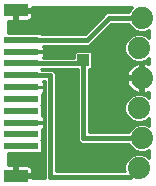
<source format=gbl>
G75*
%MOIN*%
%OFA0B0*%
%FSLAX25Y25*%
%IPPOS*%
%LPD*%
%AMOC8*
5,1,8,0,0,1.08239X$1,22.5*
%
%ADD10R,0.11811X0.02362*%
%ADD11R,0.07874X0.03937*%
%ADD12C,0.07400*%
%ADD13C,0.01000*%
%ADD14C,0.02900*%
%ADD15R,0.03962X0.03962*%
%ADD16C,0.01600*%
D10*
X0010906Y0013783D03*
X0010906Y0017720D03*
X0010906Y0021657D03*
X0010906Y0025594D03*
X0010906Y0029531D03*
X0010906Y0033469D03*
X0010906Y0037406D03*
X0010906Y0041343D03*
X0010906Y0045280D03*
X0010906Y0049217D03*
D11*
X0008937Y0059059D03*
X0008937Y0003941D03*
D12*
X0050000Y0006500D03*
X0051000Y0016500D03*
X0050000Y0026500D03*
X0051000Y0036500D03*
X0050000Y0046500D03*
X0051000Y0056500D03*
D13*
X0006500Y0011502D02*
X0006500Y0007409D01*
X0008453Y0007409D01*
X0008453Y0004425D01*
X0009421Y0004425D01*
X0009421Y0007409D01*
X0013071Y0007409D01*
X0013453Y0007307D01*
X0013795Y0007110D01*
X0014074Y0006830D01*
X0014272Y0006488D01*
X0014374Y0006107D01*
X0014374Y0004425D01*
X0009421Y0004425D01*
X0009421Y0003457D01*
X0014374Y0003457D01*
X0014374Y0003000D01*
X0018600Y0003000D01*
X0018600Y0035506D01*
X0018049Y0035506D01*
X0018209Y0035229D01*
X0018311Y0034847D01*
X0018311Y0033559D01*
X0010996Y0033559D01*
X0010996Y0033378D01*
X0018311Y0033378D01*
X0018311Y0032090D01*
X0018209Y0031708D01*
X0018011Y0031366D01*
X0017862Y0031217D01*
X0017911Y0031168D01*
X0017911Y0027895D01*
X0017579Y0027563D01*
X0017911Y0027231D01*
X0017911Y0023958D01*
X0017862Y0023909D01*
X0018011Y0023760D01*
X0018209Y0023418D01*
X0018311Y0023036D01*
X0018311Y0021748D01*
X0010996Y0021748D01*
X0010996Y0021567D01*
X0018311Y0021567D01*
X0018311Y0020279D01*
X0018209Y0019897D01*
X0018011Y0019555D01*
X0017862Y0019406D01*
X0017911Y0019357D01*
X0017911Y0016084D01*
X0017579Y0015752D01*
X0017911Y0015420D01*
X0017911Y0012147D01*
X0017267Y0011502D01*
X0006500Y0011502D01*
X0006500Y0011485D02*
X0018600Y0011485D01*
X0018600Y0012484D02*
X0017911Y0012484D01*
X0017911Y0013482D02*
X0018600Y0013482D01*
X0018600Y0014481D02*
X0017911Y0014481D01*
X0017852Y0015479D02*
X0018600Y0015479D01*
X0018600Y0016478D02*
X0017911Y0016478D01*
X0017911Y0017476D02*
X0018600Y0017476D01*
X0018600Y0018475D02*
X0017911Y0018475D01*
X0017929Y0019473D02*
X0018600Y0019473D01*
X0018600Y0020472D02*
X0018311Y0020472D01*
X0018311Y0021470D02*
X0018600Y0021470D01*
X0018600Y0022469D02*
X0018311Y0022469D01*
X0018180Y0023467D02*
X0018600Y0023467D01*
X0018600Y0024466D02*
X0017911Y0024466D01*
X0017911Y0025464D02*
X0018600Y0025464D01*
X0018600Y0026463D02*
X0017911Y0026463D01*
X0017681Y0027461D02*
X0018600Y0027461D01*
X0018600Y0028460D02*
X0017911Y0028460D01*
X0017911Y0029458D02*
X0018600Y0029458D01*
X0018600Y0030457D02*
X0017911Y0030457D01*
X0018063Y0031455D02*
X0018600Y0031455D01*
X0018600Y0032454D02*
X0018311Y0032454D01*
X0018600Y0033452D02*
X0010996Y0033452D01*
X0017579Y0039374D02*
X0017648Y0039443D01*
X0029040Y0039443D01*
X0029063Y0039419D01*
X0029600Y0039419D01*
X0029600Y0015713D01*
X0030713Y0014600D01*
X0046592Y0014600D01*
X0046931Y0013781D01*
X0048281Y0012431D01*
X0050045Y0011700D01*
X0051955Y0011700D01*
X0053500Y0012340D01*
X0053500Y0009788D01*
X0052719Y0010569D01*
X0050955Y0011300D01*
X0049045Y0011300D01*
X0047281Y0010569D01*
X0045931Y0009219D01*
X0045200Y0007455D01*
X0045200Y0005545D01*
X0045260Y0005400D01*
X0022400Y0005400D01*
X0022400Y0038193D01*
X0021287Y0039305D01*
X0017648Y0039305D01*
X0017579Y0039374D01*
X0018049Y0043243D02*
X0018209Y0043519D01*
X0018311Y0043901D01*
X0018311Y0045189D01*
X0010996Y0045189D01*
X0010996Y0045370D01*
X0018311Y0045370D01*
X0018311Y0046658D01*
X0018209Y0047040D01*
X0018049Y0047317D01*
X0033504Y0047317D01*
X0040787Y0054600D01*
X0046592Y0054600D01*
X0046931Y0053781D01*
X0048281Y0052431D01*
X0050045Y0051700D01*
X0051955Y0051700D01*
X0053500Y0052340D01*
X0053500Y0049788D01*
X0052719Y0050569D01*
X0050955Y0051300D01*
X0049045Y0051300D01*
X0047281Y0050569D01*
X0045931Y0049219D01*
X0045200Y0047455D01*
X0045200Y0045545D01*
X0045931Y0043781D01*
X0047281Y0042431D01*
X0049045Y0041700D01*
X0050955Y0041700D01*
X0052719Y0042431D01*
X0053500Y0043212D01*
X0053500Y0041062D01*
X0052996Y0041319D01*
X0052218Y0041572D01*
X0051500Y0041686D01*
X0051500Y0037000D01*
X0050500Y0037000D01*
X0050500Y0041686D01*
X0049782Y0041572D01*
X0049004Y0041319D01*
X0048275Y0040947D01*
X0047612Y0040466D01*
X0047034Y0039888D01*
X0046553Y0039225D01*
X0046181Y0038496D01*
X0045928Y0037718D01*
X0045814Y0037000D01*
X0050500Y0037000D01*
X0050500Y0036000D01*
X0051500Y0036000D01*
X0051500Y0031314D01*
X0052218Y0031428D01*
X0052996Y0031681D01*
X0053500Y0031938D01*
X0053500Y0029788D01*
X0052719Y0030569D01*
X0050955Y0031300D01*
X0049045Y0031300D01*
X0047281Y0030569D01*
X0045931Y0029219D01*
X0045200Y0027455D01*
X0045200Y0025545D01*
X0045931Y0023781D01*
X0047281Y0022431D01*
X0049045Y0021700D01*
X0050955Y0021700D01*
X0052719Y0022431D01*
X0053500Y0023212D01*
X0053500Y0020660D01*
X0051955Y0021300D01*
X0050045Y0021300D01*
X0048281Y0020569D01*
X0046931Y0019219D01*
X0046592Y0018400D01*
X0033400Y0018400D01*
X0033400Y0039419D01*
X0033937Y0039419D01*
X0034581Y0040063D01*
X0034581Y0044937D01*
X0033937Y0045581D01*
X0029063Y0045581D01*
X0028419Y0044937D01*
X0028419Y0043243D01*
X0018049Y0043243D01*
X0018161Y0043437D02*
X0028419Y0043437D01*
X0028419Y0044436D02*
X0018311Y0044436D01*
X0018311Y0045434D02*
X0028917Y0045434D01*
X0033619Y0047432D02*
X0045200Y0047432D01*
X0045604Y0048430D02*
X0034617Y0048430D01*
X0035616Y0049429D02*
X0046140Y0049429D01*
X0047139Y0050427D02*
X0036614Y0050427D01*
X0037613Y0051426D02*
X0053500Y0051426D01*
X0053500Y0050427D02*
X0052861Y0050427D01*
X0048297Y0052424D02*
X0038611Y0052424D01*
X0039610Y0053423D02*
X0047289Y0053423D01*
X0046666Y0054421D02*
X0040608Y0054421D01*
X0038100Y0057287D02*
X0031930Y0051117D01*
X0017648Y0051117D01*
X0017267Y0051498D01*
X0006500Y0051498D01*
X0006500Y0055591D01*
X0008453Y0055591D01*
X0008453Y0058575D01*
X0009421Y0058575D01*
X0009421Y0055591D01*
X0013071Y0055591D01*
X0013453Y0055693D01*
X0013795Y0055890D01*
X0014074Y0056170D01*
X0014272Y0056512D01*
X0014374Y0056893D01*
X0014374Y0058575D01*
X0009421Y0058575D01*
X0009421Y0059543D01*
X0014374Y0059543D01*
X0014374Y0060000D01*
X0047712Y0060000D01*
X0046931Y0059219D01*
X0046592Y0058400D01*
X0039213Y0058400D01*
X0038100Y0057287D01*
X0038230Y0057417D02*
X0014374Y0057417D01*
X0014374Y0058415D02*
X0046598Y0058415D01*
X0047125Y0059414D02*
X0009421Y0059414D01*
X0009421Y0058415D02*
X0008453Y0058415D01*
X0008453Y0057417D02*
X0009421Y0057417D01*
X0009421Y0056418D02*
X0008453Y0056418D01*
X0006500Y0055420D02*
X0036233Y0055420D01*
X0037231Y0056418D02*
X0014218Y0056418D01*
X0017339Y0051426D02*
X0032239Y0051426D01*
X0033237Y0052424D02*
X0006500Y0052424D01*
X0006500Y0053423D02*
X0034236Y0053423D01*
X0035234Y0054421D02*
X0006500Y0054421D01*
X0018311Y0046433D02*
X0045200Y0046433D01*
X0045246Y0045434D02*
X0034083Y0045434D01*
X0034581Y0044436D02*
X0045659Y0044436D01*
X0046274Y0043437D02*
X0034581Y0043437D01*
X0034581Y0042439D02*
X0047273Y0042439D01*
X0047588Y0040442D02*
X0034581Y0040442D01*
X0034581Y0041440D02*
X0049378Y0041440D01*
X0050500Y0041440D02*
X0051500Y0041440D01*
X0051500Y0040442D02*
X0050500Y0040442D01*
X0050500Y0039443D02*
X0051500Y0039443D01*
X0051500Y0038445D02*
X0050500Y0038445D01*
X0050500Y0037446D02*
X0051500Y0037446D01*
X0050500Y0036448D02*
X0033400Y0036448D01*
X0033400Y0035449D02*
X0045902Y0035449D01*
X0045928Y0035282D02*
X0046181Y0034504D01*
X0046553Y0033775D01*
X0047034Y0033112D01*
X0047612Y0032534D01*
X0048275Y0032053D01*
X0049004Y0031681D01*
X0049782Y0031428D01*
X0050500Y0031314D01*
X0050500Y0036000D01*
X0045814Y0036000D01*
X0045928Y0035282D01*
X0046208Y0034451D02*
X0033400Y0034451D01*
X0033400Y0033452D02*
X0046787Y0033452D01*
X0047722Y0032454D02*
X0033400Y0032454D01*
X0033400Y0031455D02*
X0049698Y0031455D01*
X0050500Y0031455D02*
X0051500Y0031455D01*
X0052302Y0031455D02*
X0053500Y0031455D01*
X0053500Y0030457D02*
X0052831Y0030457D01*
X0051500Y0032454D02*
X0050500Y0032454D01*
X0050500Y0033452D02*
X0051500Y0033452D01*
X0051500Y0034451D02*
X0050500Y0034451D01*
X0050500Y0035449D02*
X0051500Y0035449D01*
X0047169Y0030457D02*
X0033400Y0030457D01*
X0033400Y0029458D02*
X0046170Y0029458D01*
X0045616Y0028460D02*
X0033400Y0028460D01*
X0033400Y0027461D02*
X0045203Y0027461D01*
X0045200Y0026463D02*
X0033400Y0026463D01*
X0033400Y0025464D02*
X0045234Y0025464D01*
X0045647Y0024466D02*
X0033400Y0024466D01*
X0033400Y0023467D02*
X0046245Y0023467D01*
X0047243Y0022469D02*
X0033400Y0022469D01*
X0033400Y0021470D02*
X0053500Y0021470D01*
X0053500Y0022469D02*
X0052757Y0022469D01*
X0048184Y0020472D02*
X0033400Y0020472D01*
X0033400Y0019473D02*
X0047185Y0019473D01*
X0046622Y0018475D02*
X0033400Y0018475D01*
X0029600Y0018475D02*
X0022400Y0018475D01*
X0022400Y0019473D02*
X0029600Y0019473D01*
X0029600Y0020472D02*
X0022400Y0020472D01*
X0022400Y0021470D02*
X0029600Y0021470D01*
X0029600Y0022469D02*
X0022400Y0022469D01*
X0022400Y0023467D02*
X0029600Y0023467D01*
X0029600Y0024466D02*
X0022400Y0024466D01*
X0022400Y0025464D02*
X0029600Y0025464D01*
X0029600Y0026463D02*
X0022400Y0026463D01*
X0022400Y0027461D02*
X0029600Y0027461D01*
X0029600Y0028460D02*
X0022400Y0028460D01*
X0022400Y0029458D02*
X0029600Y0029458D01*
X0029600Y0030457D02*
X0022400Y0030457D01*
X0022400Y0031455D02*
X0029600Y0031455D01*
X0029600Y0032454D02*
X0022400Y0032454D01*
X0022400Y0033452D02*
X0029600Y0033452D01*
X0029600Y0034451D02*
X0022400Y0034451D01*
X0022400Y0035449D02*
X0029600Y0035449D01*
X0029600Y0036448D02*
X0022400Y0036448D01*
X0022400Y0037446D02*
X0029600Y0037446D01*
X0029600Y0038445D02*
X0022148Y0038445D01*
X0018600Y0035449D02*
X0018081Y0035449D01*
X0018311Y0034451D02*
X0018600Y0034451D01*
X0033400Y0037446D02*
X0045885Y0037446D01*
X0046164Y0038445D02*
X0033400Y0038445D01*
X0033961Y0039443D02*
X0046711Y0039443D01*
X0052622Y0041440D02*
X0053500Y0041440D01*
X0053500Y0042439D02*
X0052727Y0042439D01*
X0029600Y0017476D02*
X0022400Y0017476D01*
X0022400Y0016478D02*
X0029600Y0016478D01*
X0029834Y0015479D02*
X0022400Y0015479D01*
X0022400Y0014481D02*
X0046641Y0014481D01*
X0047230Y0013482D02*
X0022400Y0013482D01*
X0022400Y0012484D02*
X0048228Y0012484D01*
X0047198Y0010487D02*
X0022400Y0010487D01*
X0022400Y0009488D02*
X0046200Y0009488D01*
X0045629Y0008490D02*
X0022400Y0008490D01*
X0022400Y0007491D02*
X0045215Y0007491D01*
X0045200Y0006493D02*
X0022400Y0006493D01*
X0022400Y0005494D02*
X0045221Y0005494D01*
X0052802Y0010487D02*
X0053500Y0010487D01*
X0053500Y0011485D02*
X0022400Y0011485D01*
X0018600Y0010487D02*
X0006500Y0010487D01*
X0006500Y0009488D02*
X0018600Y0009488D01*
X0018600Y0008490D02*
X0006500Y0008490D01*
X0006500Y0007491D02*
X0018600Y0007491D01*
X0018600Y0006493D02*
X0014269Y0006493D01*
X0014374Y0005494D02*
X0018600Y0005494D01*
X0018600Y0004496D02*
X0014374Y0004496D01*
X0018600Y0003497D02*
X0009421Y0003497D01*
X0009421Y0004496D02*
X0008453Y0004496D01*
X0008453Y0005494D02*
X0009421Y0005494D01*
X0009421Y0006493D02*
X0008453Y0006493D01*
D14*
X0015000Y0009000D03*
X0027000Y0020500D03*
X0023600Y0037500D03*
X0023600Y0044300D03*
X0014500Y0054000D03*
X0042000Y0043000D03*
X0043000Y0053000D03*
X0046000Y0032500D03*
X0045500Y0011500D03*
D15*
X0031500Y0042500D03*
D16*
X0031500Y0041343D01*
X0031500Y0016500D01*
X0051000Y0016500D01*
X0050000Y0006500D02*
X0047000Y0003500D01*
X0020500Y0003500D01*
X0020500Y0037406D01*
X0010906Y0037406D01*
X0010906Y0041343D02*
X0031500Y0041343D01*
X0032717Y0049217D02*
X0040000Y0056500D01*
X0051000Y0056500D01*
X0032717Y0049217D02*
X0010906Y0049217D01*
M02*

</source>
